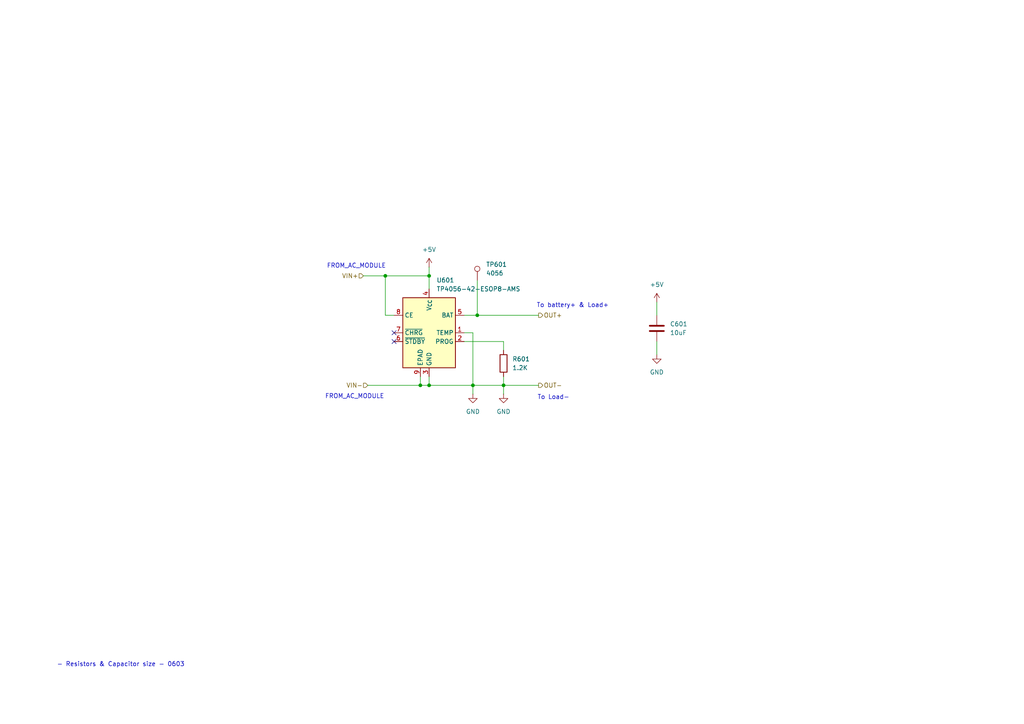
<source format=kicad_sch>
(kicad_sch (version 20250114) (generator "eeschema") (generator_version "9.0")
  (paper "A4")
  (lib_symbols
    (symbol "Battery_Management:TP4056-42-ESOP8"
      (property "Reference" "U" (at -6.604 11.684 0))
      (property "Value" "TP4056-42-ESOP8" (at 10.16 11.684 0))
      (symbol "TP4056-42-ESOP8_1_0"
        (pin input line (at -10.16 5.08 0) (length 2.54) (name "CE") (number "8"))
        (pin open_collector line (at -10.16 0 0) (length 2.54) (name "~{CHRG}") (number "7"))
        (pin open_collector line (at -10.16 -2.54 0) (length 2.54) (name "~{STDBY}") (number "6"))
        (pin passive line (at -2.54 -12.7 90) (length 2.54) (name "EPAD") (number "9"))
        (pin power_in line (at 0 12.7 270) (length 2.54) (name "V_{CC}") (number "4"))
        (pin power_in line (at 0 -12.7 90) (length 2.54) (name "GND") (number "3"))
        (pin power_out line (at 10.16 5.08 180) (length 2.54) (name "BAT") (number "5"))
        (pin input line (at 10.16 0 180) (length 2.54) (name "TEMP") (number "1"))
        (pin passive line (at 10.16 -2.54 180) (length 2.54) (name "PROG") (number "2"))
      )
      (symbol "TP4056-42-ESOP8_1_1"
        (rectangle (start -7.62 10.16) (end 7.62 -10.16) (stroke (width 0.254)) (fill (type background)))
      )
    )
    (symbol "Connector:TestPoint" (pin_numbers (hide yes)) (pin_names (offset 0.762) (hide yes))
      (property "Reference" "TP" (at 0 6.858 0))
      (property "Value" "TestPoint" (at 0 5.08 0))
      (symbol "TestPoint_0_1"
        (circle (center 0 3.302) (radius 0.762))
      )
      (symbol "TestPoint_1_1"
        (pin passive line (at 0 0 90) (length 2.54) (name "1") (number "1"))
      )
    )
    (symbol "Device:C" (pin_numbers (hide yes)) (pin_names (offset 0.254))
      (property "Reference" "C" (at 0.635 2.54 0))
      (property "Value" "C" (at 0.635 -2.54 0))
      (symbol "C_0_1"
        (polyline (pts (xy -2.032 0.762) (xy 2.032 0.762)) (stroke (width 0.508)))
        (polyline (pts (xy -2.032 -0.762) (xy 2.032 -0.762)) (stroke (width 0.508)))
      )
      (symbol "C_1_1"
        (pin passive line (at 0 3.81 270) (length 2.794) (name "~") (number "1"))
        (pin passive line (at 0 -3.81 90) (length 2.794) (name "~") (number "2"))
      )
    )
    (symbol "Device:R" (pin_numbers (hide yes)) (pin_names (offset 0))
      (property "Reference" "R" (at 2.032 0 90))
      (property "Value" "R" (at 0 0 90))
      (symbol "R_0_1"
        (rectangle (start -1.016 -2.54) (end 1.016 2.54) (stroke (width 0.254)))
      )
      (symbol "R_1_1"
        (pin passive line (at 0 3.81 270) (length 1.27) (name "~") (number "1"))
        (pin passive line (at 0 -3.81 90) (length 1.27) (name "~") (number "2"))
      )
    )
    (symbol "power:+5V" (power) (pin_numbers (hide yes)) (pin_names (offset 0) (hide yes))
      (property "Value" "+5V" (at 0 3.556 0))
      (symbol "+5V_0_1"
        (polyline (pts (xy -0.762 1.27) (xy 0 2.54)))
        (polyline (pts (xy 0 2.54) (xy 0.762 1.27)))
        (polyline (pts (xy 0 0) (xy 0 2.54)))
      )
      (symbol "+5V_1_1"
        (pin power_in line (at 0 0 90) (length 0) (name "~") (number "1"))
      )
    )
    (symbol "power:GND" (power) (pin_numbers (hide yes)) (pin_names (offset 0) (hide yes))
      (property "Value" "GND" (at 0 -3.81 0))
      (symbol "GND_0_1"
        (polyline (pts (xy 0 0) (xy 0 -1.27) (xy 1.27 -1.27) (xy 0 -2.54) (xy -1.27 -1.27) (xy 0 -1.27)))
      )
      (symbol "GND_1_1"
        (pin power_in line (at 0 0 270) (length 0) (name "~") (number "1"))
      )
    )
  )
  (text " - Resistors & Capacitor size - 0603" (at 34.544 192.786 0) (effects (font (size 1.27 1.27))))
  (text "To battery+ & Load+" (at 166.116 88.646 0) (effects (font (size 1.27 1.27))))
  (text "To Load-\n" (at 160.528 115.316 0) (effects (font (size 1.27 1.27))))
  (text "FROM_AC_MODULE" (at 102.87 115.062 0) (effects (font (size 1.27 1.27))))
  (text "FROM_AC_MODULE" (at 103.378 77.216 0) (effects (font (size 1.27 1.27))))
  (junction (at 137.16 111.76))
  (junction (at 121.92 111.76))
  (junction (at 111.76 80.01))
  (junction (at 146.05 111.76))
  (junction (at 124.46 111.76))
  (junction (at 124.46 80.01))
  (junction (at 138.43 91.44))
  (no_connect (at 114.3 99.06))
  (no_connect (at 114.3 96.52))
  (wire (pts (xy 111.76 91.44) (xy 114.3 91.44)))
  (wire (pts (xy 146.05 109.22) (xy 146.05 111.76)))
  (wire (pts (xy 134.62 96.52) (xy 137.16 96.52)))
  (wire (pts (xy 134.62 91.44) (xy 138.43 91.44)))
  (wire (pts (xy 124.46 77.47) (xy 124.46 80.01)))
  (wire (pts (xy 124.46 80.01) (xy 124.46 83.82)))
  (wire (pts (xy 111.76 80.01) (xy 124.46 80.01)))
  (wire (pts (xy 190.5 87.63) (xy 190.5 91.44)))
  (wire (pts (xy 137.16 111.76) (xy 137.16 114.3)))
  (wire (pts (xy 105.41 80.01) (xy 111.76 80.01)))
  (wire (pts (xy 138.43 91.44) (xy 156.21 91.44)))
  (wire (pts (xy 146.05 111.76) (xy 146.05 114.3)))
  (wire (pts (xy 121.92 111.76) (xy 124.46 111.76)))
  (wire (pts (xy 106.68 111.76) (xy 121.92 111.76)))
  (wire (pts (xy 124.46 111.76) (xy 124.46 109.22)))
  (wire (pts (xy 146.05 111.76) (xy 156.21 111.76)))
  (wire (pts (xy 146.05 101.6) (xy 146.05 99.06)))
  (wire (pts (xy 121.92 109.22) (xy 121.92 111.76)))
  (wire (pts (xy 137.16 111.76) (xy 146.05 111.76)))
  (wire (pts (xy 138.43 81.28) (xy 138.43 91.44)))
  (wire (pts (xy 111.76 80.01) (xy 111.76 91.44)))
  (wire (pts (xy 146.05 99.06) (xy 134.62 99.06)))
  (wire (pts (xy 190.5 102.87) (xy 190.5 99.06)))
  (wire (pts (xy 124.46 111.76) (xy 137.16 111.76)))
  (wire (pts (xy 137.16 96.52) (xy 137.16 111.76)))
  (hierarchical_label "OUT-" (shape output) (at 156.21 111.76 0))
  (hierarchical_label "VIN-" (shape input) (at 106.68 111.76 180))
  (hierarchical_label "OUT+" (shape output) (at 156.21 91.44 0))
  (hierarchical_label "VIN+" (shape input) (at 105.41 80.01 180))
  (symbol (lib_id "power:GND") (at 146.05 114.3 0) (unit 1)
    (property "Reference" "#PWR0603" (effects (hide yes)))
    (property "Value" "GND" (at 146.05 119.38 0))
    (property "Description" "Power symbol creates a global label with name \"GND\" , ground" (effects (hide yes)))
  )
  (symbol (lib_id "Device:R") (at 146.05 105.41 0) (unit 1)
    (property "Reference" "R601" (at 148.59 104.1399 0) (effects (justify left)))
    (property "Value" "1.2K" (at 148.59 106.6799 0) (effects (justify left)))
    (property "Footprint" "Resistor_SMD:R_0603_1608Metric_Pad0.98x0.95mm_HandSolder" (effects (hide yes)))
    (property "Description" "Resistor" (effects (hide yes)))
  )
  (symbol (lib_id "power:+5V") (at 190.5 87.63 0) (unit 1)
    (property "Reference" "#PWR0604" (effects (hide yes)))
    (property "Value" "+5V" (at 190.5 82.55 0))
    (property "Description" "Power symbol creates a global label with name \"+5V\"" (effects (hide yes)))
  )
  (symbol (lib_id "Connector:TestPoint") (at 138.43 81.28 0) (unit 1)
    (property "Reference" "TP601" (at 140.97 76.7079 0) (effects (justify left)))
    (property "Value" "4056" (at 140.97 79.2479 0) (effects (justify left)))
    (property "Footprint" "TestPoint:TestPoint_Pad_D1.0mm" (effects (hide yes)))
    (property "Description" "test point" (effects (hide yes)))
  )
  (symbol (lib_id "power:+5V") (at 124.46 77.47 0) (unit 1)
    (property "Reference" "#PWR0601" (effects (hide yes)))
    (property "Value" "+5V" (at 124.46 72.39 0))
    (property "Description" "Power symbol creates a global label with name \"+5V\"" (effects (hide yes)))
  )
  (symbol (lib_id "power:GND") (at 190.5 102.87 0) (unit 1)
    (property "Reference" "#PWR0605" (effects (hide yes)))
    (property "Value" "GND" (at 190.5 107.95 0))
    (property "Description" "Power symbol creates a global label with name \"GND\" , ground" (effects (hide yes)))
  )
  (symbol (lib_id "power:GND") (at 137.16 114.3 0) (unit 1)
    (property "Reference" "#PWR0602" (effects (hide yes)))
    (property "Value" "GND" (at 137.16 119.38 0))
    (property "Description" "Power symbol creates a global label with name \"GND\" , ground" (effects (hide yes)))
  )
  (symbol (lib_id "Device:C") (at 190.5 95.25 0) (unit 1)
    (property "Reference" "C601" (at 194.31 93.9799 0) (effects (justify left)))
    (property "Value" "10uF" (at 194.31 96.5199 0) (effects (justify left)))
    (property "Footprint" "Capacitor_SMD:C_0603_1608Metric_Pad1.08x0.95mm_HandSolder" (effects (hide yes)))
    (property "Description" "Unpolarized capacitor" (effects (hide yes)))
  )
  (symbol (lib_id "Battery_Management:TP4056-42-ESOP8") (at 124.46 96.52 0) (unit 1)
    (property "Reference" "U601" (at 126.6033 81.28 0) (effects (justify left)))
    (property "Value" "TP4056-42-ESOP8-AMS" (at 126.6033 83.82 0) (effects (justify left)))
    (property "Footprint" "Package_SO:SOIC-8-1EP_3.9x4.9mm_P1.27mm_EP2.41x3.3mm_ThermalVias" (effects (hide yes)))
    (property "Datasheet" "https://www.lcsc.com/datasheet/lcsc_datasheet_2410121619_TOPPOWER-Nanjing-Extension-Microelectronics-TP4056-42-ESOP8_C16581.pdf" (effects (hide yes)))
    (property "Description" "1A Standalone Linear Li-ion/LiPo single-cell battery charger, 4.2V ±1% charge voltage, VCC = 4.0..8.0V, SOIC-8 (SOP-8)" (effects (hide yes)))
  )
)
</source>
